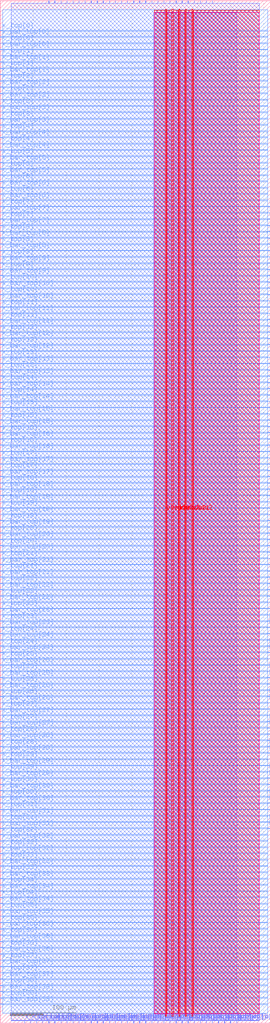
<source format=lef>
VERSION 5.7 ;
  NOWIREEXTENSIONATPIN ON ;
  DIVIDERCHAR "/" ;
  BUSBITCHARS "[]" ;
MACRO cmos_sixtyfourbit_top
  CLASS BLOCK ;
  FOREIGN cmos_sixtyfourbit_top ;
  ORIGIN 0.000 0.000 ;
  SIZE 410.000 BY 1550.000 ;
  PIN k_bar_top[0]
    DIRECTION INPUT ;
    USE SIGNAL ;
    PORT
      LAYER met3 ;
        RECT 0.000 1475.640 4.000 1476.240 ;
    END
  END k_bar_top[0]
  PIN k_bar_top[10]
    DIRECTION INPUT ;
    USE SIGNAL ;
    PORT
      LAYER met3 ;
        RECT 0.000 1094.840 4.000 1095.440 ;
    END
  END k_bar_top[10]
  PIN k_bar_top[11]
    DIRECTION INPUT ;
    USE SIGNAL ;
    PORT
      LAYER met3 ;
        RECT 0.000 1056.760 4.000 1057.360 ;
    END
  END k_bar_top[11]
  PIN k_bar_top[12]
    DIRECTION INPUT ;
    USE SIGNAL ;
    PORT
      LAYER met3 ;
        RECT 0.000 1018.680 4.000 1019.280 ;
    END
  END k_bar_top[12]
  PIN k_bar_top[13]
    DIRECTION INPUT ;
    USE SIGNAL ;
    PORT
      LAYER met3 ;
        RECT 0.000 980.600 4.000 981.200 ;
    END
  END k_bar_top[13]
  PIN k_bar_top[14]
    DIRECTION INPUT ;
    USE SIGNAL ;
    PORT
      LAYER met3 ;
        RECT 0.000 942.520 4.000 943.120 ;
    END
  END k_bar_top[14]
  PIN k_bar_top[15]
    DIRECTION INPUT ;
    USE SIGNAL ;
    PORT
      LAYER met3 ;
        RECT 0.000 904.440 4.000 905.040 ;
    END
  END k_bar_top[15]
  PIN k_bar_top[16]
    DIRECTION INPUT ;
    USE SIGNAL ;
    PORT
      LAYER met3 ;
        RECT 0.000 866.360 4.000 866.960 ;
    END
  END k_bar_top[16]
  PIN k_bar_top[17]
    DIRECTION INPUT ;
    USE SIGNAL ;
    PORT
      LAYER met3 ;
        RECT 0.000 828.280 4.000 828.880 ;
    END
  END k_bar_top[17]
  PIN k_bar_top[18]
    DIRECTION INPUT ;
    USE SIGNAL ;
    PORT
      LAYER met3 ;
        RECT 0.000 790.200 4.000 790.800 ;
    END
  END k_bar_top[18]
  PIN k_bar_top[19]
    DIRECTION INPUT ;
    USE SIGNAL ;
    PORT
      LAYER met3 ;
        RECT 0.000 752.120 4.000 752.720 ;
    END
  END k_bar_top[19]
  PIN k_bar_top[1]
    DIRECTION INPUT ;
    USE SIGNAL ;
    PORT
      LAYER met3 ;
        RECT 0.000 1437.560 4.000 1438.160 ;
    END
  END k_bar_top[1]
  PIN k_bar_top[20]
    DIRECTION INPUT ;
    USE SIGNAL ;
    PORT
      LAYER met3 ;
        RECT 0.000 714.040 4.000 714.640 ;
    END
  END k_bar_top[20]
  PIN k_bar_top[21]
    DIRECTION INPUT ;
    USE SIGNAL ;
    PORT
      LAYER met3 ;
        RECT 0.000 675.960 4.000 676.560 ;
    END
  END k_bar_top[21]
  PIN k_bar_top[22]
    DIRECTION INPUT ;
    USE SIGNAL ;
    PORT
      LAYER met3 ;
        RECT 0.000 637.880 4.000 638.480 ;
    END
  END k_bar_top[22]
  PIN k_bar_top[23]
    DIRECTION INPUT ;
    USE SIGNAL ;
    PORT
      LAYER met3 ;
        RECT 0.000 599.800 4.000 600.400 ;
    END
  END k_bar_top[23]
  PIN k_bar_top[24]
    DIRECTION INPUT ;
    USE SIGNAL ;
    PORT
      LAYER met3 ;
        RECT 0.000 561.720 4.000 562.320 ;
    END
  END k_bar_top[24]
  PIN k_bar_top[25]
    DIRECTION INPUT ;
    USE SIGNAL ;
    PORT
      LAYER met3 ;
        RECT 0.000 523.640 4.000 524.240 ;
    END
  END k_bar_top[25]
  PIN k_bar_top[26]
    DIRECTION INPUT ;
    USE SIGNAL ;
    PORT
      LAYER met3 ;
        RECT 0.000 485.560 4.000 486.160 ;
    END
  END k_bar_top[26]
  PIN k_bar_top[27]
    DIRECTION INPUT ;
    USE SIGNAL ;
    PORT
      LAYER met3 ;
        RECT 0.000 447.480 4.000 448.080 ;
    END
  END k_bar_top[27]
  PIN k_bar_top[28]
    DIRECTION INPUT ;
    USE SIGNAL ;
    PORT
      LAYER met3 ;
        RECT 0.000 409.400 4.000 410.000 ;
    END
  END k_bar_top[28]
  PIN k_bar_top[29]
    DIRECTION INPUT ;
    USE SIGNAL ;
    PORT
      LAYER met3 ;
        RECT 0.000 371.320 4.000 371.920 ;
    END
  END k_bar_top[29]
  PIN k_bar_top[2]
    DIRECTION INPUT ;
    USE SIGNAL ;
    PORT
      LAYER met3 ;
        RECT 0.000 1399.480 4.000 1400.080 ;
    END
  END k_bar_top[2]
  PIN k_bar_top[30]
    DIRECTION INPUT ;
    USE SIGNAL ;
    PORT
      LAYER met3 ;
        RECT 0.000 333.240 4.000 333.840 ;
    END
  END k_bar_top[30]
  PIN k_bar_top[31]
    DIRECTION INPUT ;
    USE SIGNAL ;
    PORT
      LAYER met3 ;
        RECT 0.000 295.160 4.000 295.760 ;
    END
  END k_bar_top[31]
  PIN k_bar_top[32]
    DIRECTION INPUT ;
    USE SIGNAL ;
    PORT
      LAYER met3 ;
        RECT 0.000 257.080 4.000 257.680 ;
    END
  END k_bar_top[32]
  PIN k_bar_top[33]
    DIRECTION INPUT ;
    USE SIGNAL ;
    PORT
      LAYER met3 ;
        RECT 0.000 219.000 4.000 219.600 ;
    END
  END k_bar_top[33]
  PIN k_bar_top[34]
    DIRECTION INPUT ;
    USE SIGNAL ;
    PORT
      LAYER met3 ;
        RECT 0.000 180.920 4.000 181.520 ;
    END
  END k_bar_top[34]
  PIN k_bar_top[35]
    DIRECTION INPUT ;
    USE SIGNAL ;
    PORT
      LAYER met3 ;
        RECT 0.000 142.840 4.000 143.440 ;
    END
  END k_bar_top[35]
  PIN k_bar_top[36]
    DIRECTION INPUT ;
    USE SIGNAL ;
    PORT
      LAYER met3 ;
        RECT 0.000 104.760 4.000 105.360 ;
    END
  END k_bar_top[36]
  PIN k_bar_top[37]
    DIRECTION INPUT ;
    USE SIGNAL ;
    PORT
      LAYER met3 ;
        RECT 0.000 66.680 4.000 67.280 ;
    END
  END k_bar_top[37]
  PIN k_bar_top[38]
    DIRECTION INPUT ;
    USE SIGNAL ;
    PORT
      LAYER met3 ;
        RECT 0.000 28.600 4.000 29.200 ;
    END
  END k_bar_top[38]
  PIN k_bar_top[39]
    DIRECTION INPUT ;
    USE SIGNAL ;
    PORT
      LAYER met2 ;
        RECT 64.490 0.000 64.770 4.000 ;
    END
  END k_bar_top[39]
  PIN k_bar_top[3]
    DIRECTION INPUT ;
    USE SIGNAL ;
    PORT
      LAYER met3 ;
        RECT 0.000 1361.400 4.000 1362.000 ;
    END
  END k_bar_top[3]
  PIN k_bar_top[40]
    DIRECTION INPUT ;
    USE SIGNAL ;
    PORT
      LAYER met2 ;
        RECT 101.290 0.000 101.570 4.000 ;
    END
  END k_bar_top[40]
  PIN k_bar_top[41]
    DIRECTION INPUT ;
    USE SIGNAL ;
    PORT
      LAYER met2 ;
        RECT 138.090 0.000 138.370 4.000 ;
    END
  END k_bar_top[41]
  PIN k_bar_top[42]
    DIRECTION INPUT ;
    USE SIGNAL ;
    PORT
      LAYER met2 ;
        RECT 174.890 0.000 175.170 4.000 ;
    END
  END k_bar_top[42]
  PIN k_bar_top[43]
    DIRECTION INPUT ;
    USE SIGNAL ;
    PORT
      LAYER met2 ;
        RECT 211.690 0.000 211.970 4.000 ;
    END
  END k_bar_top[43]
  PIN k_bar_top[44]
    DIRECTION INPUT ;
    USE SIGNAL ;
    PORT
      LAYER met2 ;
        RECT 248.490 0.000 248.770 4.000 ;
    END
  END k_bar_top[44]
  PIN k_bar_top[45]
    DIRECTION INPUT ;
    USE SIGNAL ;
    PORT
      LAYER met2 ;
        RECT 285.290 0.000 285.570 4.000 ;
    END
  END k_bar_top[45]
  PIN k_bar_top[46]
    DIRECTION INPUT ;
    USE SIGNAL ;
    PORT
      LAYER met2 ;
        RECT 322.090 0.000 322.370 4.000 ;
    END
  END k_bar_top[46]
  PIN k_bar_top[47]
    DIRECTION INPUT ;
    USE SIGNAL ;
    PORT
      LAYER met2 ;
        RECT 358.890 0.000 359.170 4.000 ;
    END
  END k_bar_top[47]
  PIN k_bar_top[48]
    DIRECTION INPUT ;
    USE SIGNAL ;
    PORT
      LAYER met2 ;
        RECT 294.490 1546.000 294.770 1550.000 ;
    END
  END k_bar_top[48]
  PIN k_bar_top[49]
    DIRECTION INPUT ;
    USE SIGNAL ;
    PORT
      LAYER met2 ;
        RECT 257.690 1546.000 257.970 1550.000 ;
    END
  END k_bar_top[49]
  PIN k_bar_top[4]
    DIRECTION INPUT ;
    USE SIGNAL ;
    PORT
      LAYER met3 ;
        RECT 0.000 1323.320 4.000 1323.920 ;
    END
  END k_bar_top[4]
  PIN k_bar_top[50]
    DIRECTION INPUT ;
    USE SIGNAL ;
    PORT
      LAYER met2 ;
        RECT 220.890 1546.000 221.170 1550.000 ;
    END
  END k_bar_top[50]
  PIN k_bar_top[51]
    DIRECTION INPUT ;
    USE SIGNAL ;
    PORT
      LAYER met2 ;
        RECT 184.090 1546.000 184.370 1550.000 ;
    END
  END k_bar_top[51]
  PIN k_bar_top[52]
    DIRECTION INPUT ;
    USE SIGNAL ;
    PORT
      LAYER met2 ;
        RECT 147.290 1546.000 147.570 1550.000 ;
    END
  END k_bar_top[52]
  PIN k_bar_top[53]
    DIRECTION INPUT ;
    USE SIGNAL ;
    PORT
      LAYER met2 ;
        RECT 110.490 1546.000 110.770 1550.000 ;
    END
  END k_bar_top[53]
  PIN k_bar_top[54]
    DIRECTION INPUT ;
    USE SIGNAL ;
    PORT
      LAYER met2 ;
        RECT 73.690 1546.000 73.970 1550.000 ;
    END
  END k_bar_top[54]
  PIN k_bar_top[55]
    DIRECTION INPUT ;
    USE SIGNAL ;
    PORT
      LAYER met3 ;
        RECT 406.000 599.800 410.000 600.400 ;
    END
  END k_bar_top[55]
  PIN k_bar_top[56]
    DIRECTION INPUT ;
    USE SIGNAL ;
    PORT
      LAYER met3 ;
        RECT 406.000 561.720 410.000 562.320 ;
    END
  END k_bar_top[56]
  PIN k_bar_top[57]
    DIRECTION INPUT ;
    USE SIGNAL ;
    PORT
      LAYER met3 ;
        RECT 406.000 523.640 410.000 524.240 ;
    END
  END k_bar_top[57]
  PIN k_bar_top[58]
    DIRECTION INPUT ;
    USE SIGNAL ;
    PORT
      LAYER met3 ;
        RECT 406.000 485.560 410.000 486.160 ;
    END
  END k_bar_top[58]
  PIN k_bar_top[59]
    DIRECTION INPUT ;
    USE SIGNAL ;
    PORT
      LAYER met3 ;
        RECT 406.000 447.480 410.000 448.080 ;
    END
  END k_bar_top[59]
  PIN k_bar_top[5]
    DIRECTION INPUT ;
    USE SIGNAL ;
    PORT
      LAYER met3 ;
        RECT 0.000 1285.240 4.000 1285.840 ;
    END
  END k_bar_top[5]
  PIN k_bar_top[60]
    DIRECTION INPUT ;
    USE SIGNAL ;
    PORT
      LAYER met3 ;
        RECT 406.000 409.400 410.000 410.000 ;
    END
  END k_bar_top[60]
  PIN k_bar_top[61]
    DIRECTION INPUT ;
    USE SIGNAL ;
    PORT
      LAYER met3 ;
        RECT 406.000 371.320 410.000 371.920 ;
    END
  END k_bar_top[61]
  PIN k_bar_top[62]
    DIRECTION INPUT ;
    USE SIGNAL ;
    PORT
      LAYER met3 ;
        RECT 406.000 333.240 410.000 333.840 ;
    END
  END k_bar_top[62]
  PIN k_bar_top[63]
    DIRECTION INPUT ;
    USE SIGNAL ;
    PORT
      LAYER met3 ;
        RECT 406.000 295.160 410.000 295.760 ;
    END
  END k_bar_top[63]
  PIN k_bar_top[6]
    DIRECTION INPUT ;
    USE SIGNAL ;
    PORT
      LAYER met3 ;
        RECT 0.000 1247.160 4.000 1247.760 ;
    END
  END k_bar_top[6]
  PIN k_bar_top[7]
    DIRECTION INPUT ;
    USE SIGNAL ;
    PORT
      LAYER met3 ;
        RECT 0.000 1209.080 4.000 1209.680 ;
    END
  END k_bar_top[7]
  PIN k_bar_top[8]
    DIRECTION INPUT ;
    USE SIGNAL ;
    PORT
      LAYER met3 ;
        RECT 0.000 1171.000 4.000 1171.600 ;
    END
  END k_bar_top[8]
  PIN k_bar_top[9]
    DIRECTION INPUT ;
    USE SIGNAL ;
    PORT
      LAYER met3 ;
        RECT 0.000 1132.920 4.000 1133.520 ;
    END
  END k_bar_top[9]
  PIN k_top[0]
    DIRECTION INPUT ;
    USE SIGNAL ;
    PORT
      LAYER met3 ;
        RECT 0.000 1485.160 4.000 1485.760 ;
    END
  END k_top[0]
  PIN k_top[10]
    DIRECTION INPUT ;
    USE SIGNAL ;
    PORT
      LAYER met3 ;
        RECT 0.000 1104.360 4.000 1104.960 ;
    END
  END k_top[10]
  PIN k_top[11]
    DIRECTION INPUT ;
    USE SIGNAL ;
    PORT
      LAYER met3 ;
        RECT 0.000 1066.280 4.000 1066.880 ;
    END
  END k_top[11]
  PIN k_top[12]
    DIRECTION INPUT ;
    USE SIGNAL ;
    PORT
      LAYER met3 ;
        RECT 0.000 1028.200 4.000 1028.800 ;
    END
  END k_top[12]
  PIN k_top[13]
    DIRECTION INPUT ;
    USE SIGNAL ;
    PORT
      LAYER met3 ;
        RECT 0.000 990.120 4.000 990.720 ;
    END
  END k_top[13]
  PIN k_top[14]
    DIRECTION INPUT ;
    USE SIGNAL ;
    PORT
      LAYER met3 ;
        RECT 0.000 952.040 4.000 952.640 ;
    END
  END k_top[14]
  PIN k_top[15]
    DIRECTION INPUT ;
    USE SIGNAL ;
    PORT
      LAYER met3 ;
        RECT 0.000 913.960 4.000 914.560 ;
    END
  END k_top[15]
  PIN k_top[16]
    DIRECTION INPUT ;
    USE SIGNAL ;
    PORT
      LAYER met3 ;
        RECT 0.000 875.880 4.000 876.480 ;
    END
  END k_top[16]
  PIN k_top[17]
    DIRECTION INPUT ;
    USE SIGNAL ;
    PORT
      LAYER met3 ;
        RECT 0.000 837.800 4.000 838.400 ;
    END
  END k_top[17]
  PIN k_top[18]
    DIRECTION INPUT ;
    USE SIGNAL ;
    PORT
      LAYER met3 ;
        RECT 0.000 799.720 4.000 800.320 ;
    END
  END k_top[18]
  PIN k_top[19]
    DIRECTION INPUT ;
    USE SIGNAL ;
    PORT
      LAYER met3 ;
        RECT 0.000 761.640 4.000 762.240 ;
    END
  END k_top[19]
  PIN k_top[1]
    DIRECTION INPUT ;
    USE SIGNAL ;
    PORT
      LAYER met3 ;
        RECT 0.000 1447.080 4.000 1447.680 ;
    END
  END k_top[1]
  PIN k_top[20]
    DIRECTION INPUT ;
    USE SIGNAL ;
    PORT
      LAYER met3 ;
        RECT 0.000 723.560 4.000 724.160 ;
    END
  END k_top[20]
  PIN k_top[21]
    DIRECTION INPUT ;
    USE SIGNAL ;
    PORT
      LAYER met3 ;
        RECT 0.000 685.480 4.000 686.080 ;
    END
  END k_top[21]
  PIN k_top[22]
    DIRECTION INPUT ;
    USE SIGNAL ;
    PORT
      LAYER met3 ;
        RECT 0.000 647.400 4.000 648.000 ;
    END
  END k_top[22]
  PIN k_top[23]
    DIRECTION INPUT ;
    USE SIGNAL ;
    PORT
      LAYER met3 ;
        RECT 0.000 609.320 4.000 609.920 ;
    END
  END k_top[23]
  PIN k_top[24]
    DIRECTION INPUT ;
    USE SIGNAL ;
    PORT
      LAYER met3 ;
        RECT 0.000 571.240 4.000 571.840 ;
    END
  END k_top[24]
  PIN k_top[25]
    DIRECTION INPUT ;
    USE SIGNAL ;
    PORT
      LAYER met3 ;
        RECT 0.000 533.160 4.000 533.760 ;
    END
  END k_top[25]
  PIN k_top[26]
    DIRECTION INPUT ;
    USE SIGNAL ;
    PORT
      LAYER met3 ;
        RECT 0.000 495.080 4.000 495.680 ;
    END
  END k_top[26]
  PIN k_top[27]
    DIRECTION INPUT ;
    USE SIGNAL ;
    PORT
      LAYER met3 ;
        RECT 0.000 457.000 4.000 457.600 ;
    END
  END k_top[27]
  PIN k_top[28]
    DIRECTION INPUT ;
    USE SIGNAL ;
    PORT
      LAYER met3 ;
        RECT 0.000 418.920 4.000 419.520 ;
    END
  END k_top[28]
  PIN k_top[29]
    DIRECTION INPUT ;
    USE SIGNAL ;
    PORT
      LAYER met3 ;
        RECT 0.000 380.840 4.000 381.440 ;
    END
  END k_top[29]
  PIN k_top[2]
    DIRECTION INPUT ;
    USE SIGNAL ;
    PORT
      LAYER met3 ;
        RECT 0.000 1409.000 4.000 1409.600 ;
    END
  END k_top[2]
  PIN k_top[30]
    DIRECTION INPUT ;
    USE SIGNAL ;
    PORT
      LAYER met3 ;
        RECT 0.000 342.760 4.000 343.360 ;
    END
  END k_top[30]
  PIN k_top[31]
    DIRECTION INPUT ;
    USE SIGNAL ;
    PORT
      LAYER met3 ;
        RECT 0.000 304.680 4.000 305.280 ;
    END
  END k_top[31]
  PIN k_top[32]
    DIRECTION INPUT ;
    USE SIGNAL ;
    PORT
      LAYER met3 ;
        RECT 0.000 266.600 4.000 267.200 ;
    END
  END k_top[32]
  PIN k_top[33]
    DIRECTION INPUT ;
    USE SIGNAL ;
    PORT
      LAYER met3 ;
        RECT 0.000 228.520 4.000 229.120 ;
    END
  END k_top[33]
  PIN k_top[34]
    DIRECTION INPUT ;
    USE SIGNAL ;
    PORT
      LAYER met3 ;
        RECT 0.000 190.440 4.000 191.040 ;
    END
  END k_top[34]
  PIN k_top[35]
    DIRECTION INPUT ;
    USE SIGNAL ;
    PORT
      LAYER met3 ;
        RECT 0.000 152.360 4.000 152.960 ;
    END
  END k_top[35]
  PIN k_top[36]
    DIRECTION INPUT ;
    USE SIGNAL ;
    PORT
      LAYER met3 ;
        RECT 0.000 114.280 4.000 114.880 ;
    END
  END k_top[36]
  PIN k_top[37]
    DIRECTION INPUT ;
    USE SIGNAL ;
    PORT
      LAYER met3 ;
        RECT 0.000 76.200 4.000 76.800 ;
    END
  END k_top[37]
  PIN k_top[38]
    DIRECTION INPUT ;
    USE SIGNAL ;
    PORT
      LAYER met3 ;
        RECT 0.000 38.120 4.000 38.720 ;
    END
  END k_top[38]
  PIN k_top[39]
    DIRECTION INPUT ;
    USE SIGNAL ;
    PORT
      LAYER met2 ;
        RECT 55.290 0.000 55.570 4.000 ;
    END
  END k_top[39]
  PIN k_top[3]
    DIRECTION INPUT ;
    USE SIGNAL ;
    PORT
      LAYER met3 ;
        RECT 0.000 1370.920 4.000 1371.520 ;
    END
  END k_top[3]
  PIN k_top[40]
    DIRECTION INPUT ;
    USE SIGNAL ;
    PORT
      LAYER met2 ;
        RECT 92.090 0.000 92.370 4.000 ;
    END
  END k_top[40]
  PIN k_top[41]
    DIRECTION INPUT ;
    USE SIGNAL ;
    PORT
      LAYER met2 ;
        RECT 128.890 0.000 129.170 4.000 ;
    END
  END k_top[41]
  PIN k_top[42]
    DIRECTION INPUT ;
    USE SIGNAL ;
    PORT
      LAYER met2 ;
        RECT 165.690 0.000 165.970 4.000 ;
    END
  END k_top[42]
  PIN k_top[43]
    DIRECTION INPUT ;
    USE SIGNAL ;
    PORT
      LAYER met2 ;
        RECT 202.490 0.000 202.770 4.000 ;
    END
  END k_top[43]
  PIN k_top[44]
    DIRECTION INPUT ;
    USE SIGNAL ;
    PORT
      LAYER met2 ;
        RECT 239.290 0.000 239.570 4.000 ;
    END
  END k_top[44]
  PIN k_top[45]
    DIRECTION INPUT ;
    USE SIGNAL ;
    PORT
      LAYER met2 ;
        RECT 276.090 0.000 276.370 4.000 ;
    END
  END k_top[45]
  PIN k_top[46]
    DIRECTION INPUT ;
    USE SIGNAL ;
    PORT
      LAYER met2 ;
        RECT 312.890 0.000 313.170 4.000 ;
    END
  END k_top[46]
  PIN k_top[47]
    DIRECTION INPUT ;
    USE SIGNAL ;
    PORT
      LAYER met2 ;
        RECT 349.690 0.000 349.970 4.000 ;
    END
  END k_top[47]
  PIN k_top[48]
    DIRECTION INPUT ;
    USE SIGNAL ;
    PORT
      LAYER met2 ;
        RECT 303.690 1546.000 303.970 1550.000 ;
    END
  END k_top[48]
  PIN k_top[49]
    DIRECTION INPUT ;
    USE SIGNAL ;
    PORT
      LAYER met2 ;
        RECT 266.890 1546.000 267.170 1550.000 ;
    END
  END k_top[49]
  PIN k_top[4]
    DIRECTION INPUT ;
    USE SIGNAL ;
    PORT
      LAYER met3 ;
        RECT 0.000 1332.840 4.000 1333.440 ;
    END
  END k_top[4]
  PIN k_top[50]
    DIRECTION INPUT ;
    USE SIGNAL ;
    PORT
      LAYER met2 ;
        RECT 230.090 1546.000 230.370 1550.000 ;
    END
  END k_top[50]
  PIN k_top[51]
    DIRECTION INPUT ;
    USE SIGNAL ;
    PORT
      LAYER met2 ;
        RECT 193.290 1546.000 193.570 1550.000 ;
    END
  END k_top[51]
  PIN k_top[52]
    DIRECTION INPUT ;
    USE SIGNAL ;
    PORT
      LAYER met2 ;
        RECT 156.490 1546.000 156.770 1550.000 ;
    END
  END k_top[52]
  PIN k_top[53]
    DIRECTION INPUT ;
    USE SIGNAL ;
    PORT
      LAYER met2 ;
        RECT 119.690 1546.000 119.970 1550.000 ;
    END
  END k_top[53]
  PIN k_top[54]
    DIRECTION INPUT ;
    USE SIGNAL ;
    PORT
      LAYER met2 ;
        RECT 82.890 1546.000 83.170 1550.000 ;
    END
  END k_top[54]
  PIN k_top[55]
    DIRECTION INPUT ;
    USE SIGNAL ;
    PORT
      LAYER met3 ;
        RECT 406.000 609.320 410.000 609.920 ;
    END
  END k_top[55]
  PIN k_top[56]
    DIRECTION INPUT ;
    USE SIGNAL ;
    PORT
      LAYER met3 ;
        RECT 406.000 571.240 410.000 571.840 ;
    END
  END k_top[56]
  PIN k_top[57]
    DIRECTION INPUT ;
    USE SIGNAL ;
    PORT
      LAYER met3 ;
        RECT 406.000 533.160 410.000 533.760 ;
    END
  END k_top[57]
  PIN k_top[58]
    DIRECTION INPUT ;
    USE SIGNAL ;
    PORT
      LAYER met3 ;
        RECT 406.000 495.080 410.000 495.680 ;
    END
  END k_top[58]
  PIN k_top[59]
    DIRECTION INPUT ;
    USE SIGNAL ;
    PORT
      LAYER met3 ;
        RECT 406.000 457.000 410.000 457.600 ;
    END
  END k_top[59]
  PIN k_top[5]
    DIRECTION INPUT ;
    USE SIGNAL ;
    PORT
      LAYER met3 ;
        RECT 0.000 1294.760 4.000 1295.360 ;
    END
  END k_top[5]
  PIN k_top[60]
    DIRECTION INPUT ;
    USE SIGNAL ;
    PORT
      LAYER met3 ;
        RECT 406.000 418.920 410.000 419.520 ;
    END
  END k_top[60]
  PIN k_top[61]
    DIRECTION INPUT ;
    USE SIGNAL ;
    PORT
      LAYER met3 ;
        RECT 406.000 380.840 410.000 381.440 ;
    END
  END k_top[61]
  PIN k_top[62]
    DIRECTION INPUT ;
    USE SIGNAL ;
    PORT
      LAYER met3 ;
        RECT 406.000 342.760 410.000 343.360 ;
    END
  END k_top[62]
  PIN k_top[63]
    DIRECTION INPUT ;
    USE SIGNAL ;
    PORT
      LAYER met3 ;
        RECT 406.000 304.680 410.000 305.280 ;
    END
  END k_top[63]
  PIN k_top[6]
    DIRECTION INPUT ;
    USE SIGNAL ;
    PORT
      LAYER met3 ;
        RECT 0.000 1256.680 4.000 1257.280 ;
    END
  END k_top[6]
  PIN k_top[7]
    DIRECTION INPUT ;
    USE SIGNAL ;
    PORT
      LAYER met3 ;
        RECT 0.000 1218.600 4.000 1219.200 ;
    END
  END k_top[7]
  PIN k_top[8]
    DIRECTION INPUT ;
    USE SIGNAL ;
    PORT
      LAYER met3 ;
        RECT 0.000 1180.520 4.000 1181.120 ;
    END
  END k_top[8]
  PIN k_top[9]
    DIRECTION INPUT ;
    USE SIGNAL ;
    PORT
      LAYER met3 ;
        RECT 0.000 1142.440 4.000 1143.040 ;
    END
  END k_top[9]
  PIN s_top[0]
    DIRECTION OUTPUT TRISTATE ;
    USE SIGNAL ;
    PORT
      LAYER met3 ;
        RECT 406.000 1237.640 410.000 1238.240 ;
    END
  END s_top[0]
  PIN s_top[10]
    DIRECTION OUTPUT TRISTATE ;
    USE SIGNAL ;
    PORT
      LAYER met3 ;
        RECT 406.000 1142.440 410.000 1143.040 ;
    END
  END s_top[10]
  PIN s_top[11]
    DIRECTION OUTPUT TRISTATE ;
    USE SIGNAL ;
    PORT
      LAYER met3 ;
        RECT 406.000 1132.920 410.000 1133.520 ;
    END
  END s_top[11]
  PIN s_top[12]
    DIRECTION OUTPUT TRISTATE ;
    USE SIGNAL ;
    PORT
      LAYER met3 ;
        RECT 406.000 1123.400 410.000 1124.000 ;
    END
  END s_top[12]
  PIN s_top[13]
    DIRECTION OUTPUT TRISTATE ;
    USE SIGNAL ;
    PORT
      LAYER met3 ;
        RECT 406.000 1113.880 410.000 1114.480 ;
    END
  END s_top[13]
  PIN s_top[14]
    DIRECTION OUTPUT TRISTATE ;
    USE SIGNAL ;
    PORT
      LAYER met3 ;
        RECT 406.000 1104.360 410.000 1104.960 ;
    END
  END s_top[14]
  PIN s_top[15]
    DIRECTION OUTPUT TRISTATE ;
    USE SIGNAL ;
    PORT
      LAYER met3 ;
        RECT 406.000 1094.840 410.000 1095.440 ;
    END
  END s_top[15]
  PIN s_top[16]
    DIRECTION OUTPUT TRISTATE ;
    USE SIGNAL ;
    PORT
      LAYER met3 ;
        RECT 406.000 1085.320 410.000 1085.920 ;
    END
  END s_top[16]
  PIN s_top[17]
    DIRECTION OUTPUT TRISTATE ;
    USE SIGNAL ;
    PORT
      LAYER met3 ;
        RECT 406.000 1075.800 410.000 1076.400 ;
    END
  END s_top[17]
  PIN s_top[18]
    DIRECTION OUTPUT TRISTATE ;
    USE SIGNAL ;
    PORT
      LAYER met3 ;
        RECT 406.000 1066.280 410.000 1066.880 ;
    END
  END s_top[18]
  PIN s_top[19]
    DIRECTION OUTPUT TRISTATE ;
    USE SIGNAL ;
    PORT
      LAYER met3 ;
        RECT 406.000 1056.760 410.000 1057.360 ;
    END
  END s_top[19]
  PIN s_top[1]
    DIRECTION OUTPUT TRISTATE ;
    USE SIGNAL ;
    PORT
      LAYER met3 ;
        RECT 406.000 1228.120 410.000 1228.720 ;
    END
  END s_top[1]
  PIN s_top[20]
    DIRECTION OUTPUT TRISTATE ;
    USE SIGNAL ;
    PORT
      LAYER met3 ;
        RECT 406.000 1047.240 410.000 1047.840 ;
    END
  END s_top[20]
  PIN s_top[21]
    DIRECTION OUTPUT TRISTATE ;
    USE SIGNAL ;
    PORT
      LAYER met3 ;
        RECT 406.000 1037.720 410.000 1038.320 ;
    END
  END s_top[21]
  PIN s_top[22]
    DIRECTION OUTPUT TRISTATE ;
    USE SIGNAL ;
    PORT
      LAYER met3 ;
        RECT 406.000 1028.200 410.000 1028.800 ;
    END
  END s_top[22]
  PIN s_top[23]
    DIRECTION OUTPUT TRISTATE ;
    USE SIGNAL ;
    PORT
      LAYER met3 ;
        RECT 406.000 1018.680 410.000 1019.280 ;
    END
  END s_top[23]
  PIN s_top[24]
    DIRECTION OUTPUT TRISTATE ;
    USE SIGNAL ;
    PORT
      LAYER met3 ;
        RECT 406.000 1009.160 410.000 1009.760 ;
    END
  END s_top[24]
  PIN s_top[25]
    DIRECTION OUTPUT TRISTATE ;
    USE SIGNAL ;
    PORT
      LAYER met3 ;
        RECT 406.000 999.640 410.000 1000.240 ;
    END
  END s_top[25]
  PIN s_top[26]
    DIRECTION OUTPUT TRISTATE ;
    USE SIGNAL ;
    PORT
      LAYER met3 ;
        RECT 406.000 990.120 410.000 990.720 ;
    END
  END s_top[26]
  PIN s_top[27]
    DIRECTION OUTPUT TRISTATE ;
    USE SIGNAL ;
    PORT
      LAYER met3 ;
        RECT 406.000 980.600 410.000 981.200 ;
    END
  END s_top[27]
  PIN s_top[28]
    DIRECTION OUTPUT TRISTATE ;
    USE SIGNAL ;
    PORT
      LAYER met3 ;
        RECT 406.000 971.080 410.000 971.680 ;
    END
  END s_top[28]
  PIN s_top[29]
    DIRECTION OUTPUT TRISTATE ;
    USE SIGNAL ;
    PORT
      LAYER met3 ;
        RECT 406.000 961.560 410.000 962.160 ;
    END
  END s_top[29]
  PIN s_top[2]
    DIRECTION OUTPUT TRISTATE ;
    USE SIGNAL ;
    PORT
      LAYER met3 ;
        RECT 406.000 1218.600 410.000 1219.200 ;
    END
  END s_top[2]
  PIN s_top[30]
    DIRECTION OUTPUT TRISTATE ;
    USE SIGNAL ;
    PORT
      LAYER met3 ;
        RECT 406.000 952.040 410.000 952.640 ;
    END
  END s_top[30]
  PIN s_top[31]
    DIRECTION OUTPUT TRISTATE ;
    USE SIGNAL ;
    PORT
      LAYER met3 ;
        RECT 406.000 942.520 410.000 943.120 ;
    END
  END s_top[31]
  PIN s_top[32]
    DIRECTION OUTPUT TRISTATE ;
    USE SIGNAL ;
    PORT
      LAYER met3 ;
        RECT 406.000 933.000 410.000 933.600 ;
    END
  END s_top[32]
  PIN s_top[33]
    DIRECTION OUTPUT TRISTATE ;
    USE SIGNAL ;
    PORT
      LAYER met3 ;
        RECT 406.000 923.480 410.000 924.080 ;
    END
  END s_top[33]
  PIN s_top[34]
    DIRECTION OUTPUT TRISTATE ;
    USE SIGNAL ;
    PORT
      LAYER met3 ;
        RECT 406.000 913.960 410.000 914.560 ;
    END
  END s_top[34]
  PIN s_top[35]
    DIRECTION OUTPUT TRISTATE ;
    USE SIGNAL ;
    PORT
      LAYER met3 ;
        RECT 406.000 904.440 410.000 905.040 ;
    END
  END s_top[35]
  PIN s_top[36]
    DIRECTION OUTPUT TRISTATE ;
    USE SIGNAL ;
    PORT
      LAYER met3 ;
        RECT 406.000 894.920 410.000 895.520 ;
    END
  END s_top[36]
  PIN s_top[37]
    DIRECTION OUTPUT TRISTATE ;
    USE SIGNAL ;
    PORT
      LAYER met3 ;
        RECT 406.000 885.400 410.000 886.000 ;
    END
  END s_top[37]
  PIN s_top[38]
    DIRECTION OUTPUT TRISTATE ;
    USE SIGNAL ;
    PORT
      LAYER met3 ;
        RECT 406.000 875.880 410.000 876.480 ;
    END
  END s_top[38]
  PIN s_top[39]
    DIRECTION OUTPUT TRISTATE ;
    USE SIGNAL ;
    PORT
      LAYER met3 ;
        RECT 406.000 866.360 410.000 866.960 ;
    END
  END s_top[39]
  PIN s_top[3]
    DIRECTION OUTPUT TRISTATE ;
    USE SIGNAL ;
    PORT
      LAYER met3 ;
        RECT 406.000 1209.080 410.000 1209.680 ;
    END
  END s_top[3]
  PIN s_top[40]
    DIRECTION OUTPUT TRISTATE ;
    USE SIGNAL ;
    PORT
      LAYER met3 ;
        RECT 406.000 856.840 410.000 857.440 ;
    END
  END s_top[40]
  PIN s_top[41]
    DIRECTION OUTPUT TRISTATE ;
    USE SIGNAL ;
    PORT
      LAYER met3 ;
        RECT 406.000 847.320 410.000 847.920 ;
    END
  END s_top[41]
  PIN s_top[42]
    DIRECTION OUTPUT TRISTATE ;
    USE SIGNAL ;
    PORT
      LAYER met3 ;
        RECT 406.000 837.800 410.000 838.400 ;
    END
  END s_top[42]
  PIN s_top[43]
    DIRECTION OUTPUT TRISTATE ;
    USE SIGNAL ;
    PORT
      LAYER met3 ;
        RECT 406.000 828.280 410.000 828.880 ;
    END
  END s_top[43]
  PIN s_top[44]
    DIRECTION OUTPUT TRISTATE ;
    USE SIGNAL ;
    PORT
      LAYER met3 ;
        RECT 406.000 818.760 410.000 819.360 ;
    END
  END s_top[44]
  PIN s_top[45]
    DIRECTION OUTPUT TRISTATE ;
    USE SIGNAL ;
    PORT
      LAYER met3 ;
        RECT 406.000 809.240 410.000 809.840 ;
    END
  END s_top[45]
  PIN s_top[46]
    DIRECTION OUTPUT TRISTATE ;
    USE SIGNAL ;
    PORT
      LAYER met3 ;
        RECT 406.000 799.720 410.000 800.320 ;
    END
  END s_top[46]
  PIN s_top[47]
    DIRECTION OUTPUT TRISTATE ;
    USE SIGNAL ;
    PORT
      LAYER met3 ;
        RECT 406.000 790.200 410.000 790.800 ;
    END
  END s_top[47]
  PIN s_top[48]
    DIRECTION OUTPUT TRISTATE ;
    USE SIGNAL ;
    PORT
      LAYER met3 ;
        RECT 406.000 780.680 410.000 781.280 ;
    END
  END s_top[48]
  PIN s_top[49]
    DIRECTION OUTPUT TRISTATE ;
    USE SIGNAL ;
    PORT
      LAYER met3 ;
        RECT 406.000 771.160 410.000 771.760 ;
    END
  END s_top[49]
  PIN s_top[4]
    DIRECTION OUTPUT TRISTATE ;
    USE SIGNAL ;
    PORT
      LAYER met3 ;
        RECT 406.000 1199.560 410.000 1200.160 ;
    END
  END s_top[4]
  PIN s_top[50]
    DIRECTION OUTPUT TRISTATE ;
    USE SIGNAL ;
    PORT
      LAYER met3 ;
        RECT 406.000 761.640 410.000 762.240 ;
    END
  END s_top[50]
  PIN s_top[51]
    DIRECTION OUTPUT TRISTATE ;
    USE SIGNAL ;
    PORT
      LAYER met3 ;
        RECT 406.000 752.120 410.000 752.720 ;
    END
  END s_top[51]
  PIN s_top[52]
    DIRECTION OUTPUT TRISTATE ;
    USE SIGNAL ;
    PORT
      LAYER met3 ;
        RECT 406.000 742.600 410.000 743.200 ;
    END
  END s_top[52]
  PIN s_top[53]
    DIRECTION OUTPUT TRISTATE ;
    USE SIGNAL ;
    PORT
      LAYER met3 ;
        RECT 406.000 733.080 410.000 733.680 ;
    END
  END s_top[53]
  PIN s_top[54]
    DIRECTION OUTPUT TRISTATE ;
    USE SIGNAL ;
    PORT
      LAYER met3 ;
        RECT 406.000 723.560 410.000 724.160 ;
    END
  END s_top[54]
  PIN s_top[55]
    DIRECTION OUTPUT TRISTATE ;
    USE SIGNAL ;
    PORT
      LAYER met3 ;
        RECT 406.000 714.040 410.000 714.640 ;
    END
  END s_top[55]
  PIN s_top[56]
    DIRECTION OUTPUT TRISTATE ;
    USE SIGNAL ;
    PORT
      LAYER met3 ;
        RECT 406.000 704.520 410.000 705.120 ;
    END
  END s_top[56]
  PIN s_top[57]
    DIRECTION OUTPUT TRISTATE ;
    USE SIGNAL ;
    PORT
      LAYER met3 ;
        RECT 406.000 695.000 410.000 695.600 ;
    END
  END s_top[57]
  PIN s_top[58]
    DIRECTION OUTPUT TRISTATE ;
    USE SIGNAL ;
    PORT
      LAYER met3 ;
        RECT 406.000 685.480 410.000 686.080 ;
    END
  END s_top[58]
  PIN s_top[59]
    DIRECTION OUTPUT TRISTATE ;
    USE SIGNAL ;
    PORT
      LAYER met3 ;
        RECT 406.000 675.960 410.000 676.560 ;
    END
  END s_top[59]
  PIN s_top[5]
    DIRECTION OUTPUT TRISTATE ;
    USE SIGNAL ;
    PORT
      LAYER met3 ;
        RECT 406.000 1190.040 410.000 1190.640 ;
    END
  END s_top[5]
  PIN s_top[60]
    DIRECTION OUTPUT TRISTATE ;
    USE SIGNAL ;
    PORT
      LAYER met3 ;
        RECT 406.000 666.440 410.000 667.040 ;
    END
  END s_top[60]
  PIN s_top[61]
    DIRECTION OUTPUT TRISTATE ;
    USE SIGNAL ;
    PORT
      LAYER met3 ;
        RECT 406.000 656.920 410.000 657.520 ;
    END
  END s_top[61]
  PIN s_top[62]
    DIRECTION OUTPUT TRISTATE ;
    USE SIGNAL ;
    PORT
      LAYER met3 ;
        RECT 406.000 647.400 410.000 648.000 ;
    END
  END s_top[62]
  PIN s_top[63]
    DIRECTION OUTPUT TRISTATE ;
    USE SIGNAL ;
    PORT
      LAYER met3 ;
        RECT 406.000 637.880 410.000 638.480 ;
    END
  END s_top[63]
  PIN s_top[6]
    DIRECTION OUTPUT TRISTATE ;
    USE SIGNAL ;
    PORT
      LAYER met3 ;
        RECT 406.000 1180.520 410.000 1181.120 ;
    END
  END s_top[6]
  PIN s_top[7]
    DIRECTION OUTPUT TRISTATE ;
    USE SIGNAL ;
    PORT
      LAYER met3 ;
        RECT 406.000 1171.000 410.000 1171.600 ;
    END
  END s_top[7]
  PIN s_top[8]
    DIRECTION OUTPUT TRISTATE ;
    USE SIGNAL ;
    PORT
      LAYER met3 ;
        RECT 406.000 1161.480 410.000 1162.080 ;
    END
  END s_top[8]
  PIN s_top[9]
    DIRECTION OUTPUT TRISTATE ;
    USE SIGNAL ;
    PORT
      LAYER met3 ;
        RECT 406.000 1151.960 410.000 1152.560 ;
    END
  END s_top[9]
  PIN vdda2
    DIRECTION INOUT ;
    USE POWER ;
    PORT
      LAYER met4 ;
        RECT 261.040 10.880 262.640 1536.800 ;
    END
    PORT
      LAYER met4 ;
        RECT 281.040 10.880 282.640 1536.800 ;
    END
  END vdda2
  PIN vssa2
    DIRECTION INOUT ;
    USE GROUND ;
    PORT
      LAYER met4 ;
        RECT 251.040 10.880 252.640 1536.800 ;
    END
    PORT
      LAYER met4 ;
        RECT 271.040 10.880 272.640 1536.800 ;
    END
    PORT
      LAYER met4 ;
        RECT 291.040 10.880 292.640 1536.800 ;
    END
  END vssa2
  PIN x_bar_top[0]
    DIRECTION INPUT ;
    USE SIGNAL ;
    PORT
      LAYER met3 ;
        RECT 0.000 1494.680 4.000 1495.280 ;
    END
  END x_bar_top[0]
  PIN x_bar_top[10]
    DIRECTION INPUT ;
    USE SIGNAL ;
    PORT
      LAYER met3 ;
        RECT 0.000 1113.880 4.000 1114.480 ;
    END
  END x_bar_top[10]
  PIN x_bar_top[11]
    DIRECTION INPUT ;
    USE SIGNAL ;
    PORT
      LAYER met3 ;
        RECT 0.000 1075.800 4.000 1076.400 ;
    END
  END x_bar_top[11]
  PIN x_bar_top[12]
    DIRECTION INPUT ;
    USE SIGNAL ;
    PORT
      LAYER met3 ;
        RECT 0.000 1037.720 4.000 1038.320 ;
    END
  END x_bar_top[12]
  PIN x_bar_top[13]
    DIRECTION INPUT ;
    USE SIGNAL ;
    PORT
      LAYER met3 ;
        RECT 0.000 999.640 4.000 1000.240 ;
    END
  END x_bar_top[13]
  PIN x_bar_top[14]
    DIRECTION INPUT ;
    USE SIGNAL ;
    PORT
      LAYER met3 ;
        RECT 0.000 961.560 4.000 962.160 ;
    END
  END x_bar_top[14]
  PIN x_bar_top[15]
    DIRECTION INPUT ;
    USE SIGNAL ;
    PORT
      LAYER met3 ;
        RECT 0.000 923.480 4.000 924.080 ;
    END
  END x_bar_top[15]
  PIN x_bar_top[16]
    DIRECTION INPUT ;
    USE SIGNAL ;
    PORT
      LAYER met3 ;
        RECT 0.000 885.400 4.000 886.000 ;
    END
  END x_bar_top[16]
  PIN x_bar_top[17]
    DIRECTION INPUT ;
    USE SIGNAL ;
    PORT
      LAYER met3 ;
        RECT 0.000 847.320 4.000 847.920 ;
    END
  END x_bar_top[17]
  PIN x_bar_top[18]
    DIRECTION INPUT ;
    USE SIGNAL ;
    PORT
      LAYER met3 ;
        RECT 0.000 809.240 4.000 809.840 ;
    END
  END x_bar_top[18]
  PIN x_bar_top[19]
    DIRECTION INPUT ;
    USE SIGNAL ;
    PORT
      LAYER met3 ;
        RECT 0.000 771.160 4.000 771.760 ;
    END
  END x_bar_top[19]
  PIN x_bar_top[1]
    DIRECTION INPUT ;
    USE SIGNAL ;
    PORT
      LAYER met3 ;
        RECT 0.000 1456.600 4.000 1457.200 ;
    END
  END x_bar_top[1]
  PIN x_bar_top[20]
    DIRECTION INPUT ;
    USE SIGNAL ;
    PORT
      LAYER met3 ;
        RECT 0.000 733.080 4.000 733.680 ;
    END
  END x_bar_top[20]
  PIN x_bar_top[21]
    DIRECTION INPUT ;
    USE SIGNAL ;
    PORT
      LAYER met3 ;
        RECT 0.000 695.000 4.000 695.600 ;
    END
  END x_bar_top[21]
  PIN x_bar_top[22]
    DIRECTION INPUT ;
    USE SIGNAL ;
    PORT
      LAYER met3 ;
        RECT 0.000 656.920 4.000 657.520 ;
    END
  END x_bar_top[22]
  PIN x_bar_top[23]
    DIRECTION INPUT ;
    USE SIGNAL ;
    PORT
      LAYER met3 ;
        RECT 0.000 618.840 4.000 619.440 ;
    END
  END x_bar_top[23]
  PIN x_bar_top[24]
    DIRECTION INPUT ;
    USE SIGNAL ;
    PORT
      LAYER met3 ;
        RECT 0.000 580.760 4.000 581.360 ;
    END
  END x_bar_top[24]
  PIN x_bar_top[25]
    DIRECTION INPUT ;
    USE SIGNAL ;
    PORT
      LAYER met3 ;
        RECT 0.000 542.680 4.000 543.280 ;
    END
  END x_bar_top[25]
  PIN x_bar_top[26]
    DIRECTION INPUT ;
    USE SIGNAL ;
    PORT
      LAYER met3 ;
        RECT 0.000 504.600 4.000 505.200 ;
    END
  END x_bar_top[26]
  PIN x_bar_top[27]
    DIRECTION INPUT ;
    USE SIGNAL ;
    PORT
      LAYER met3 ;
        RECT 0.000 466.520 4.000 467.120 ;
    END
  END x_bar_top[27]
  PIN x_bar_top[28]
    DIRECTION INPUT ;
    USE SIGNAL ;
    PORT
      LAYER met3 ;
        RECT 0.000 428.440 4.000 429.040 ;
    END
  END x_bar_top[28]
  PIN x_bar_top[29]
    DIRECTION INPUT ;
    USE SIGNAL ;
    PORT
      LAYER met3 ;
        RECT 0.000 390.360 4.000 390.960 ;
    END
  END x_bar_top[29]
  PIN x_bar_top[2]
    DIRECTION INPUT ;
    USE SIGNAL ;
    PORT
      LAYER met3 ;
        RECT 0.000 1418.520 4.000 1419.120 ;
    END
  END x_bar_top[2]
  PIN x_bar_top[30]
    DIRECTION INPUT ;
    USE SIGNAL ;
    PORT
      LAYER met3 ;
        RECT 0.000 352.280 4.000 352.880 ;
    END
  END x_bar_top[30]
  PIN x_bar_top[31]
    DIRECTION INPUT ;
    USE SIGNAL ;
    PORT
      LAYER met3 ;
        RECT 0.000 314.200 4.000 314.800 ;
    END
  END x_bar_top[31]
  PIN x_bar_top[32]
    DIRECTION INPUT ;
    USE SIGNAL ;
    PORT
      LAYER met3 ;
        RECT 0.000 276.120 4.000 276.720 ;
    END
  END x_bar_top[32]
  PIN x_bar_top[33]
    DIRECTION INPUT ;
    USE SIGNAL ;
    PORT
      LAYER met3 ;
        RECT 0.000 238.040 4.000 238.640 ;
    END
  END x_bar_top[33]
  PIN x_bar_top[34]
    DIRECTION INPUT ;
    USE SIGNAL ;
    PORT
      LAYER met3 ;
        RECT 0.000 199.960 4.000 200.560 ;
    END
  END x_bar_top[34]
  PIN x_bar_top[35]
    DIRECTION INPUT ;
    USE SIGNAL ;
    PORT
      LAYER met3 ;
        RECT 0.000 161.880 4.000 162.480 ;
    END
  END x_bar_top[35]
  PIN x_bar_top[36]
    DIRECTION INPUT ;
    USE SIGNAL ;
    PORT
      LAYER met3 ;
        RECT 0.000 123.800 4.000 124.400 ;
    END
  END x_bar_top[36]
  PIN x_bar_top[37]
    DIRECTION INPUT ;
    USE SIGNAL ;
    PORT
      LAYER met3 ;
        RECT 0.000 85.720 4.000 86.320 ;
    END
  END x_bar_top[37]
  PIN x_bar_top[38]
    DIRECTION INPUT ;
    USE SIGNAL ;
    PORT
      LAYER met3 ;
        RECT 0.000 47.640 4.000 48.240 ;
    END
  END x_bar_top[38]
  PIN x_bar_top[39]
    DIRECTION INPUT ;
    USE SIGNAL ;
    PORT
      LAYER met2 ;
        RECT 46.090 0.000 46.370 4.000 ;
    END
  END x_bar_top[39]
  PIN x_bar_top[3]
    DIRECTION INPUT ;
    USE SIGNAL ;
    PORT
      LAYER met3 ;
        RECT 0.000 1380.440 4.000 1381.040 ;
    END
  END x_bar_top[3]
  PIN x_bar_top[40]
    DIRECTION INPUT ;
    USE SIGNAL ;
    PORT
      LAYER met2 ;
        RECT 82.890 0.000 83.170 4.000 ;
    END
  END x_bar_top[40]
  PIN x_bar_top[41]
    DIRECTION INPUT ;
    USE SIGNAL ;
    PORT
      LAYER met2 ;
        RECT 119.690 0.000 119.970 4.000 ;
    END
  END x_bar_top[41]
  PIN x_bar_top[42]
    DIRECTION INPUT ;
    USE SIGNAL ;
    PORT
      LAYER met2 ;
        RECT 156.490 0.000 156.770 4.000 ;
    END
  END x_bar_top[42]
  PIN x_bar_top[43]
    DIRECTION INPUT ;
    USE SIGNAL ;
    PORT
      LAYER met2 ;
        RECT 193.290 0.000 193.570 4.000 ;
    END
  END x_bar_top[43]
  PIN x_bar_top[44]
    DIRECTION INPUT ;
    USE SIGNAL ;
    PORT
      LAYER met2 ;
        RECT 230.090 0.000 230.370 4.000 ;
    END
  END x_bar_top[44]
  PIN x_bar_top[45]
    DIRECTION INPUT ;
    USE SIGNAL ;
    PORT
      LAYER met2 ;
        RECT 266.890 0.000 267.170 4.000 ;
    END
  END x_bar_top[45]
  PIN x_bar_top[46]
    DIRECTION INPUT ;
    USE SIGNAL ;
    PORT
      LAYER met2 ;
        RECT 303.690 0.000 303.970 4.000 ;
    END
  END x_bar_top[46]
  PIN x_bar_top[47]
    DIRECTION INPUT ;
    USE SIGNAL ;
    PORT
      LAYER met2 ;
        RECT 340.490 0.000 340.770 4.000 ;
    END
  END x_bar_top[47]
  PIN x_bar_top[48]
    DIRECTION INPUT ;
    USE SIGNAL ;
    PORT
      LAYER met2 ;
        RECT 312.890 1546.000 313.170 1550.000 ;
    END
  END x_bar_top[48]
  PIN x_bar_top[49]
    DIRECTION INPUT ;
    USE SIGNAL ;
    PORT
      LAYER met2 ;
        RECT 276.090 1546.000 276.370 1550.000 ;
    END
  END x_bar_top[49]
  PIN x_bar_top[4]
    DIRECTION INPUT ;
    USE SIGNAL ;
    PORT
      LAYER met3 ;
        RECT 0.000 1342.360 4.000 1342.960 ;
    END
  END x_bar_top[4]
  PIN x_bar_top[50]
    DIRECTION INPUT ;
    USE SIGNAL ;
    PORT
      LAYER met2 ;
        RECT 239.290 1546.000 239.570 1550.000 ;
    END
  END x_bar_top[50]
  PIN x_bar_top[51]
    DIRECTION INPUT ;
    USE SIGNAL ;
    PORT
      LAYER met2 ;
        RECT 202.490 1546.000 202.770 1550.000 ;
    END
  END x_bar_top[51]
  PIN x_bar_top[52]
    DIRECTION INPUT ;
    USE SIGNAL ;
    PORT
      LAYER met2 ;
        RECT 165.690 1546.000 165.970 1550.000 ;
    END
  END x_bar_top[52]
  PIN x_bar_top[53]
    DIRECTION INPUT ;
    USE SIGNAL ;
    PORT
      LAYER met2 ;
        RECT 128.890 1546.000 129.170 1550.000 ;
    END
  END x_bar_top[53]
  PIN x_bar_top[54]
    DIRECTION INPUT ;
    USE SIGNAL ;
    PORT
      LAYER met2 ;
        RECT 92.090 1546.000 92.370 1550.000 ;
    END
  END x_bar_top[54]
  PIN x_bar_top[55]
    DIRECTION INPUT ;
    USE SIGNAL ;
    PORT
      LAYER met3 ;
        RECT 406.000 618.840 410.000 619.440 ;
    END
  END x_bar_top[55]
  PIN x_bar_top[56]
    DIRECTION INPUT ;
    USE SIGNAL ;
    PORT
      LAYER met3 ;
        RECT 406.000 580.760 410.000 581.360 ;
    END
  END x_bar_top[56]
  PIN x_bar_top[57]
    DIRECTION INPUT ;
    USE SIGNAL ;
    PORT
      LAYER met3 ;
        RECT 406.000 542.680 410.000 543.280 ;
    END
  END x_bar_top[57]
  PIN x_bar_top[58]
    DIRECTION INPUT ;
    USE SIGNAL ;
    PORT
      LAYER met3 ;
        RECT 406.000 504.600 410.000 505.200 ;
    END
  END x_bar_top[58]
  PIN x_bar_top[59]
    DIRECTION INPUT ;
    USE SIGNAL ;
    PORT
      LAYER met3 ;
        RECT 406.000 466.520 410.000 467.120 ;
    END
  END x_bar_top[59]
  PIN x_bar_top[5]
    DIRECTION INPUT ;
    USE SIGNAL ;
    PORT
      LAYER met3 ;
        RECT 0.000 1304.280 4.000 1304.880 ;
    END
  END x_bar_top[5]
  PIN x_bar_top[60]
    DIRECTION INPUT ;
    USE SIGNAL ;
    PORT
      LAYER met3 ;
        RECT 406.000 428.440 410.000 429.040 ;
    END
  END x_bar_top[60]
  PIN x_bar_top[61]
    DIRECTION INPUT ;
    USE SIGNAL ;
    PORT
      LAYER met3 ;
        RECT 406.000 390.360 410.000 390.960 ;
    END
  END x_bar_top[61]
  PIN x_bar_top[62]
    DIRECTION INPUT ;
    USE SIGNAL ;
    PORT
      LAYER met3 ;
        RECT 406.000 352.280 410.000 352.880 ;
    END
  END x_bar_top[62]
  PIN x_bar_top[63]
    DIRECTION INPUT ;
    USE SIGNAL ;
    PORT
      LAYER met3 ;
        RECT 406.000 314.200 410.000 314.800 ;
    END
  END x_bar_top[63]
  PIN x_bar_top[6]
    DIRECTION INPUT ;
    USE SIGNAL ;
    PORT
      LAYER met3 ;
        RECT 0.000 1266.200 4.000 1266.800 ;
    END
  END x_bar_top[6]
  PIN x_bar_top[7]
    DIRECTION INPUT ;
    USE SIGNAL ;
    PORT
      LAYER met3 ;
        RECT 0.000 1228.120 4.000 1228.720 ;
    END
  END x_bar_top[7]
  PIN x_bar_top[8]
    DIRECTION INPUT ;
    USE SIGNAL ;
    PORT
      LAYER met3 ;
        RECT 0.000 1190.040 4.000 1190.640 ;
    END
  END x_bar_top[8]
  PIN x_bar_top[9]
    DIRECTION INPUT ;
    USE SIGNAL ;
    PORT
      LAYER met3 ;
        RECT 0.000 1151.960 4.000 1152.560 ;
    END
  END x_bar_top[9]
  PIN x_top[0]
    DIRECTION INPUT ;
    USE SIGNAL ;
    PORT
      LAYER met3 ;
        RECT 0.000 1504.200 4.000 1504.800 ;
    END
  END x_top[0]
  PIN x_top[10]
    DIRECTION INPUT ;
    USE SIGNAL ;
    PORT
      LAYER met3 ;
        RECT 0.000 1123.400 4.000 1124.000 ;
    END
  END x_top[10]
  PIN x_top[11]
    DIRECTION INPUT ;
    USE SIGNAL ;
    PORT
      LAYER met3 ;
        RECT 0.000 1085.320 4.000 1085.920 ;
    END
  END x_top[11]
  PIN x_top[12]
    DIRECTION INPUT ;
    USE SIGNAL ;
    PORT
      LAYER met3 ;
        RECT 0.000 1047.240 4.000 1047.840 ;
    END
  END x_top[12]
  PIN x_top[13]
    DIRECTION INPUT ;
    USE SIGNAL ;
    PORT
      LAYER met3 ;
        RECT 0.000 1009.160 4.000 1009.760 ;
    END
  END x_top[13]
  PIN x_top[14]
    DIRECTION INPUT ;
    USE SIGNAL ;
    PORT
      LAYER met3 ;
        RECT 0.000 971.080 4.000 971.680 ;
    END
  END x_top[14]
  PIN x_top[15]
    DIRECTION INPUT ;
    USE SIGNAL ;
    PORT
      LAYER met3 ;
        RECT 0.000 933.000 4.000 933.600 ;
    END
  END x_top[15]
  PIN x_top[16]
    DIRECTION INPUT ;
    USE SIGNAL ;
    PORT
      LAYER met3 ;
        RECT 0.000 894.920 4.000 895.520 ;
    END
  END x_top[16]
  PIN x_top[17]
    DIRECTION INPUT ;
    USE SIGNAL ;
    PORT
      LAYER met3 ;
        RECT 0.000 856.840 4.000 857.440 ;
    END
  END x_top[17]
  PIN x_top[18]
    DIRECTION INPUT ;
    USE SIGNAL ;
    PORT
      LAYER met3 ;
        RECT 0.000 818.760 4.000 819.360 ;
    END
  END x_top[18]
  PIN x_top[19]
    DIRECTION INPUT ;
    USE SIGNAL ;
    PORT
      LAYER met3 ;
        RECT 0.000 780.680 4.000 781.280 ;
    END
  END x_top[19]
  PIN x_top[1]
    DIRECTION INPUT ;
    USE SIGNAL ;
    PORT
      LAYER met3 ;
        RECT 0.000 1466.120 4.000 1466.720 ;
    END
  END x_top[1]
  PIN x_top[20]
    DIRECTION INPUT ;
    USE SIGNAL ;
    PORT
      LAYER met3 ;
        RECT 0.000 742.600 4.000 743.200 ;
    END
  END x_top[20]
  PIN x_top[21]
    DIRECTION INPUT ;
    USE SIGNAL ;
    PORT
      LAYER met3 ;
        RECT 0.000 704.520 4.000 705.120 ;
    END
  END x_top[21]
  PIN x_top[22]
    DIRECTION INPUT ;
    USE SIGNAL ;
    PORT
      LAYER met3 ;
        RECT 0.000 666.440 4.000 667.040 ;
    END
  END x_top[22]
  PIN x_top[23]
    DIRECTION INPUT ;
    USE SIGNAL ;
    PORT
      LAYER met3 ;
        RECT 0.000 628.360 4.000 628.960 ;
    END
  END x_top[23]
  PIN x_top[24]
    DIRECTION INPUT ;
    USE SIGNAL ;
    PORT
      LAYER met3 ;
        RECT 0.000 590.280 4.000 590.880 ;
    END
  END x_top[24]
  PIN x_top[25]
    DIRECTION INPUT ;
    USE SIGNAL ;
    PORT
      LAYER met3 ;
        RECT 0.000 552.200 4.000 552.800 ;
    END
  END x_top[25]
  PIN x_top[26]
    DIRECTION INPUT ;
    USE SIGNAL ;
    PORT
      LAYER met3 ;
        RECT 0.000 514.120 4.000 514.720 ;
    END
  END x_top[26]
  PIN x_top[27]
    DIRECTION INPUT ;
    USE SIGNAL ;
    PORT
      LAYER met3 ;
        RECT 0.000 476.040 4.000 476.640 ;
    END
  END x_top[27]
  PIN x_top[28]
    DIRECTION INPUT ;
    USE SIGNAL ;
    PORT
      LAYER met3 ;
        RECT 0.000 437.960 4.000 438.560 ;
    END
  END x_top[28]
  PIN x_top[29]
    DIRECTION INPUT ;
    USE SIGNAL ;
    PORT
      LAYER met3 ;
        RECT 0.000 399.880 4.000 400.480 ;
    END
  END x_top[29]
  PIN x_top[2]
    DIRECTION INPUT ;
    USE SIGNAL ;
    PORT
      LAYER met3 ;
        RECT 0.000 1428.040 4.000 1428.640 ;
    END
  END x_top[2]
  PIN x_top[30]
    DIRECTION INPUT ;
    USE SIGNAL ;
    PORT
      LAYER met3 ;
        RECT 0.000 361.800 4.000 362.400 ;
    END
  END x_top[30]
  PIN x_top[31]
    DIRECTION INPUT ;
    USE SIGNAL ;
    PORT
      LAYER met3 ;
        RECT 0.000 323.720 4.000 324.320 ;
    END
  END x_top[31]
  PIN x_top[32]
    DIRECTION INPUT ;
    USE SIGNAL ;
    PORT
      LAYER met3 ;
        RECT 0.000 285.640 4.000 286.240 ;
    END
  END x_top[32]
  PIN x_top[33]
    DIRECTION INPUT ;
    USE SIGNAL ;
    PORT
      LAYER met3 ;
        RECT 0.000 247.560 4.000 248.160 ;
    END
  END x_top[33]
  PIN x_top[34]
    DIRECTION INPUT ;
    USE SIGNAL ;
    PORT
      LAYER met3 ;
        RECT 0.000 209.480 4.000 210.080 ;
    END
  END x_top[34]
  PIN x_top[35]
    DIRECTION INPUT ;
    USE SIGNAL ;
    PORT
      LAYER met3 ;
        RECT 0.000 171.400 4.000 172.000 ;
    END
  END x_top[35]
  PIN x_top[36]
    DIRECTION INPUT ;
    USE SIGNAL ;
    PORT
      LAYER met3 ;
        RECT 0.000 133.320 4.000 133.920 ;
    END
  END x_top[36]
  PIN x_top[37]
    DIRECTION INPUT ;
    USE SIGNAL ;
    PORT
      LAYER met3 ;
        RECT 0.000 95.240 4.000 95.840 ;
    END
  END x_top[37]
  PIN x_top[38]
    DIRECTION INPUT ;
    USE SIGNAL ;
    PORT
      LAYER met3 ;
        RECT 0.000 57.160 4.000 57.760 ;
    END
  END x_top[38]
  PIN x_top[39]
    DIRECTION INPUT ;
    USE SIGNAL ;
    PORT
      LAYER met2 ;
        RECT 36.890 0.000 37.170 4.000 ;
    END
  END x_top[39]
  PIN x_top[3]
    DIRECTION INPUT ;
    USE SIGNAL ;
    PORT
      LAYER met3 ;
        RECT 0.000 1389.960 4.000 1390.560 ;
    END
  END x_top[3]
  PIN x_top[40]
    DIRECTION INPUT ;
    USE SIGNAL ;
    PORT
      LAYER met2 ;
        RECT 73.690 0.000 73.970 4.000 ;
    END
  END x_top[40]
  PIN x_top[41]
    DIRECTION INPUT ;
    USE SIGNAL ;
    PORT
      LAYER met2 ;
        RECT 110.490 0.000 110.770 4.000 ;
    END
  END x_top[41]
  PIN x_top[42]
    DIRECTION INPUT ;
    USE SIGNAL ;
    PORT
      LAYER met2 ;
        RECT 147.290 0.000 147.570 4.000 ;
    END
  END x_top[42]
  PIN x_top[43]
    DIRECTION INPUT ;
    USE SIGNAL ;
    PORT
      LAYER met2 ;
        RECT 184.090 0.000 184.370 4.000 ;
    END
  END x_top[43]
  PIN x_top[44]
    DIRECTION INPUT ;
    USE SIGNAL ;
    PORT
      LAYER met2 ;
        RECT 220.890 0.000 221.170 4.000 ;
    END
  END x_top[44]
  PIN x_top[45]
    DIRECTION INPUT ;
    USE SIGNAL ;
    PORT
      LAYER met2 ;
        RECT 257.690 0.000 257.970 4.000 ;
    END
  END x_top[45]
  PIN x_top[46]
    DIRECTION INPUT ;
    USE SIGNAL ;
    PORT
      LAYER met2 ;
        RECT 294.490 0.000 294.770 4.000 ;
    END
  END x_top[46]
  PIN x_top[47]
    DIRECTION INPUT ;
    USE SIGNAL ;
    PORT
      LAYER met2 ;
        RECT 331.290 0.000 331.570 4.000 ;
    END
  END x_top[47]
  PIN x_top[48]
    DIRECTION INPUT ;
    USE SIGNAL ;
    PORT
      LAYER met2 ;
        RECT 322.090 1546.000 322.370 1550.000 ;
    END
  END x_top[48]
  PIN x_top[49]
    DIRECTION INPUT ;
    USE SIGNAL ;
    PORT
      LAYER met2 ;
        RECT 285.290 1546.000 285.570 1550.000 ;
    END
  END x_top[49]
  PIN x_top[4]
    DIRECTION INPUT ;
    USE SIGNAL ;
    PORT
      LAYER met3 ;
        RECT 0.000 1351.880 4.000 1352.480 ;
    END
  END x_top[4]
  PIN x_top[50]
    DIRECTION INPUT ;
    USE SIGNAL ;
    PORT
      LAYER met2 ;
        RECT 248.490 1546.000 248.770 1550.000 ;
    END
  END x_top[50]
  PIN x_top[51]
    DIRECTION INPUT ;
    USE SIGNAL ;
    PORT
      LAYER met2 ;
        RECT 211.690 1546.000 211.970 1550.000 ;
    END
  END x_top[51]
  PIN x_top[52]
    DIRECTION INPUT ;
    USE SIGNAL ;
    PORT
      LAYER met2 ;
        RECT 174.890 1546.000 175.170 1550.000 ;
    END
  END x_top[52]
  PIN x_top[53]
    DIRECTION INPUT ;
    USE SIGNAL ;
    PORT
      LAYER met2 ;
        RECT 138.090 1546.000 138.370 1550.000 ;
    END
  END x_top[53]
  PIN x_top[54]
    DIRECTION INPUT ;
    USE SIGNAL ;
    PORT
      LAYER met2 ;
        RECT 101.290 1546.000 101.570 1550.000 ;
    END
  END x_top[54]
  PIN x_top[55]
    DIRECTION INPUT ;
    USE SIGNAL ;
    PORT
      LAYER met3 ;
        RECT 406.000 628.360 410.000 628.960 ;
    END
  END x_top[55]
  PIN x_top[56]
    DIRECTION INPUT ;
    USE SIGNAL ;
    PORT
      LAYER met3 ;
        RECT 406.000 590.280 410.000 590.880 ;
    END
  END x_top[56]
  PIN x_top[57]
    DIRECTION INPUT ;
    USE SIGNAL ;
    PORT
      LAYER met3 ;
        RECT 406.000 552.200 410.000 552.800 ;
    END
  END x_top[57]
  PIN x_top[58]
    DIRECTION INPUT ;
    USE SIGNAL ;
    PORT
      LAYER met3 ;
        RECT 406.000 514.120 410.000 514.720 ;
    END
  END x_top[58]
  PIN x_top[59]
    DIRECTION INPUT ;
    USE SIGNAL ;
    PORT
      LAYER met3 ;
        RECT 406.000 476.040 410.000 476.640 ;
    END
  END x_top[59]
  PIN x_top[5]
    DIRECTION INPUT ;
    USE SIGNAL ;
    PORT
      LAYER met3 ;
        RECT 0.000 1313.800 4.000 1314.400 ;
    END
  END x_top[5]
  PIN x_top[60]
    DIRECTION INPUT ;
    USE SIGNAL ;
    PORT
      LAYER met3 ;
        RECT 406.000 437.960 410.000 438.560 ;
    END
  END x_top[60]
  PIN x_top[61]
    DIRECTION INPUT ;
    USE SIGNAL ;
    PORT
      LAYER met3 ;
        RECT 406.000 399.880 410.000 400.480 ;
    END
  END x_top[61]
  PIN x_top[62]
    DIRECTION INPUT ;
    USE SIGNAL ;
    PORT
      LAYER met3 ;
        RECT 406.000 361.800 410.000 362.400 ;
    END
  END x_top[62]
  PIN x_top[63]
    DIRECTION INPUT ;
    USE SIGNAL ;
    PORT
      LAYER met3 ;
        RECT 406.000 323.720 410.000 324.320 ;
    END
  END x_top[63]
  PIN x_top[6]
    DIRECTION INPUT ;
    USE SIGNAL ;
    PORT
      LAYER met3 ;
        RECT 0.000 1275.720 4.000 1276.320 ;
    END
  END x_top[6]
  PIN x_top[7]
    DIRECTION INPUT ;
    USE SIGNAL ;
    PORT
      LAYER met3 ;
        RECT 0.000 1237.640 4.000 1238.240 ;
    END
  END x_top[7]
  PIN x_top[8]
    DIRECTION INPUT ;
    USE SIGNAL ;
    PORT
      LAYER met3 ;
        RECT 0.000 1199.560 4.000 1200.160 ;
    END
  END x_top[8]
  PIN x_top[9]
    DIRECTION INPUT ;
    USE SIGNAL ;
    PORT
      LAYER met3 ;
        RECT 0.000 1161.480 4.000 1162.080 ;
    END
  END x_top[9]
  OBS
      LAYER li1 ;
        RECT 250.585 25.630 298.830 1531.780 ;
      LAYER met1 ;
        RECT 232.370 13.980 359.190 1531.660 ;
      LAYER met2 ;
        RECT 16.650 1545.720 73.410 1546.000 ;
        RECT 74.250 1545.720 82.610 1546.000 ;
        RECT 83.450 1545.720 91.810 1546.000 ;
        RECT 92.650 1545.720 101.010 1546.000 ;
        RECT 101.850 1545.720 110.210 1546.000 ;
        RECT 111.050 1545.720 119.410 1546.000 ;
        RECT 120.250 1545.720 128.610 1546.000 ;
        RECT 129.450 1545.720 137.810 1546.000 ;
        RECT 138.650 1545.720 147.010 1546.000 ;
        RECT 147.850 1545.720 156.210 1546.000 ;
        RECT 157.050 1545.720 165.410 1546.000 ;
        RECT 166.250 1545.720 174.610 1546.000 ;
        RECT 175.450 1545.720 183.810 1546.000 ;
        RECT 184.650 1545.720 193.010 1546.000 ;
        RECT 193.850 1545.720 202.210 1546.000 ;
        RECT 203.050 1545.720 211.410 1546.000 ;
        RECT 212.250 1545.720 220.610 1546.000 ;
        RECT 221.450 1545.720 229.810 1546.000 ;
        RECT 230.650 1545.720 239.010 1546.000 ;
        RECT 239.850 1545.720 248.210 1546.000 ;
        RECT 249.050 1545.720 257.410 1546.000 ;
        RECT 258.250 1545.720 266.610 1546.000 ;
        RECT 267.450 1545.720 275.810 1546.000 ;
        RECT 276.650 1545.720 285.010 1546.000 ;
        RECT 285.850 1545.720 294.210 1546.000 ;
        RECT 295.050 1545.720 303.410 1546.000 ;
        RECT 304.250 1545.720 312.610 1546.000 ;
        RECT 313.450 1545.720 321.810 1546.000 ;
        RECT 322.650 1545.720 393.210 1546.000 ;
        RECT 16.650 4.280 393.210 1545.720 ;
        RECT 16.650 4.000 36.610 4.280 ;
        RECT 37.450 4.000 45.810 4.280 ;
        RECT 46.650 4.000 55.010 4.280 ;
        RECT 55.850 4.000 64.210 4.280 ;
        RECT 65.050 4.000 73.410 4.280 ;
        RECT 74.250 4.000 82.610 4.280 ;
        RECT 83.450 4.000 91.810 4.280 ;
        RECT 92.650 4.000 101.010 4.280 ;
        RECT 101.850 4.000 110.210 4.280 ;
        RECT 111.050 4.000 119.410 4.280 ;
        RECT 120.250 4.000 128.610 4.280 ;
        RECT 129.450 4.000 137.810 4.280 ;
        RECT 138.650 4.000 147.010 4.280 ;
        RECT 147.850 4.000 156.210 4.280 ;
        RECT 157.050 4.000 165.410 4.280 ;
        RECT 166.250 4.000 174.610 4.280 ;
        RECT 175.450 4.000 183.810 4.280 ;
        RECT 184.650 4.000 193.010 4.280 ;
        RECT 193.850 4.000 202.210 4.280 ;
        RECT 203.050 4.000 211.410 4.280 ;
        RECT 212.250 4.000 220.610 4.280 ;
        RECT 221.450 4.000 229.810 4.280 ;
        RECT 230.650 4.000 239.010 4.280 ;
        RECT 239.850 4.000 248.210 4.280 ;
        RECT 249.050 4.000 257.410 4.280 ;
        RECT 258.250 4.000 266.610 4.280 ;
        RECT 267.450 4.000 275.810 4.280 ;
        RECT 276.650 4.000 285.010 4.280 ;
        RECT 285.850 4.000 294.210 4.280 ;
        RECT 295.050 4.000 303.410 4.280 ;
        RECT 304.250 4.000 312.610 4.280 ;
        RECT 313.450 4.000 321.810 4.280 ;
        RECT 322.650 4.000 331.010 4.280 ;
        RECT 331.850 4.000 340.210 4.280 ;
        RECT 341.050 4.000 349.410 4.280 ;
        RECT 350.250 4.000 358.610 4.280 ;
        RECT 359.450 4.000 393.210 4.280 ;
      LAYER met3 ;
        RECT 4.000 1505.200 406.000 1535.945 ;
        RECT 4.400 1503.800 406.000 1505.200 ;
        RECT 4.000 1495.680 406.000 1503.800 ;
        RECT 4.400 1494.280 406.000 1495.680 ;
        RECT 4.000 1486.160 406.000 1494.280 ;
        RECT 4.400 1484.760 406.000 1486.160 ;
        RECT 4.000 1476.640 406.000 1484.760 ;
        RECT 4.400 1475.240 406.000 1476.640 ;
        RECT 4.000 1467.120 406.000 1475.240 ;
        RECT 4.400 1465.720 406.000 1467.120 ;
        RECT 4.000 1457.600 406.000 1465.720 ;
        RECT 4.400 1456.200 406.000 1457.600 ;
        RECT 4.000 1448.080 406.000 1456.200 ;
        RECT 4.400 1446.680 406.000 1448.080 ;
        RECT 4.000 1438.560 406.000 1446.680 ;
        RECT 4.400 1437.160 406.000 1438.560 ;
        RECT 4.000 1429.040 406.000 1437.160 ;
        RECT 4.400 1427.640 406.000 1429.040 ;
        RECT 4.000 1419.520 406.000 1427.640 ;
        RECT 4.400 1418.120 406.000 1419.520 ;
        RECT 4.000 1410.000 406.000 1418.120 ;
        RECT 4.400 1408.600 406.000 1410.000 ;
        RECT 4.000 1400.480 406.000 1408.600 ;
        RECT 4.400 1399.080 406.000 1400.480 ;
        RECT 4.000 1390.960 406.000 1399.080 ;
        RECT 4.400 1389.560 406.000 1390.960 ;
        RECT 4.000 1381.440 406.000 1389.560 ;
        RECT 4.400 1380.040 406.000 1381.440 ;
        RECT 4.000 1371.920 406.000 1380.040 ;
        RECT 4.400 1370.520 406.000 1371.920 ;
        RECT 4.000 1362.400 406.000 1370.520 ;
        RECT 4.400 1361.000 406.000 1362.400 ;
        RECT 4.000 1352.880 406.000 1361.000 ;
        RECT 4.400 1351.480 406.000 1352.880 ;
        RECT 4.000 1343.360 406.000 1351.480 ;
        RECT 4.400 1341.960 406.000 1343.360 ;
        RECT 4.000 1333.840 406.000 1341.960 ;
        RECT 4.400 1332.440 406.000 1333.840 ;
        RECT 4.000 1324.320 406.000 1332.440 ;
        RECT 4.400 1322.920 406.000 1324.320 ;
        RECT 4.000 1314.800 406.000 1322.920 ;
        RECT 4.400 1313.400 406.000 1314.800 ;
        RECT 4.000 1305.280 406.000 1313.400 ;
        RECT 4.400 1303.880 406.000 1305.280 ;
        RECT 4.000 1295.760 406.000 1303.880 ;
        RECT 4.400 1294.360 406.000 1295.760 ;
        RECT 4.000 1286.240 406.000 1294.360 ;
        RECT 4.400 1284.840 406.000 1286.240 ;
        RECT 4.000 1276.720 406.000 1284.840 ;
        RECT 4.400 1275.320 406.000 1276.720 ;
        RECT 4.000 1267.200 406.000 1275.320 ;
        RECT 4.400 1265.800 406.000 1267.200 ;
        RECT 4.000 1257.680 406.000 1265.800 ;
        RECT 4.400 1256.280 406.000 1257.680 ;
        RECT 4.000 1248.160 406.000 1256.280 ;
        RECT 4.400 1246.760 406.000 1248.160 ;
        RECT 4.000 1238.640 406.000 1246.760 ;
        RECT 4.400 1237.240 405.600 1238.640 ;
        RECT 4.000 1229.120 406.000 1237.240 ;
        RECT 4.400 1227.720 405.600 1229.120 ;
        RECT 4.000 1219.600 406.000 1227.720 ;
        RECT 4.400 1218.200 405.600 1219.600 ;
        RECT 4.000 1210.080 406.000 1218.200 ;
        RECT 4.400 1208.680 405.600 1210.080 ;
        RECT 4.000 1200.560 406.000 1208.680 ;
        RECT 4.400 1199.160 405.600 1200.560 ;
        RECT 4.000 1191.040 406.000 1199.160 ;
        RECT 4.400 1189.640 405.600 1191.040 ;
        RECT 4.000 1181.520 406.000 1189.640 ;
        RECT 4.400 1180.120 405.600 1181.520 ;
        RECT 4.000 1172.000 406.000 1180.120 ;
        RECT 4.400 1170.600 405.600 1172.000 ;
        RECT 4.000 1162.480 406.000 1170.600 ;
        RECT 4.400 1161.080 405.600 1162.480 ;
        RECT 4.000 1152.960 406.000 1161.080 ;
        RECT 4.400 1151.560 405.600 1152.960 ;
        RECT 4.000 1143.440 406.000 1151.560 ;
        RECT 4.400 1142.040 405.600 1143.440 ;
        RECT 4.000 1133.920 406.000 1142.040 ;
        RECT 4.400 1132.520 405.600 1133.920 ;
        RECT 4.000 1124.400 406.000 1132.520 ;
        RECT 4.400 1123.000 405.600 1124.400 ;
        RECT 4.000 1114.880 406.000 1123.000 ;
        RECT 4.400 1113.480 405.600 1114.880 ;
        RECT 4.000 1105.360 406.000 1113.480 ;
        RECT 4.400 1103.960 405.600 1105.360 ;
        RECT 4.000 1095.840 406.000 1103.960 ;
        RECT 4.400 1094.440 405.600 1095.840 ;
        RECT 4.000 1086.320 406.000 1094.440 ;
        RECT 4.400 1084.920 405.600 1086.320 ;
        RECT 4.000 1076.800 406.000 1084.920 ;
        RECT 4.400 1075.400 405.600 1076.800 ;
        RECT 4.000 1067.280 406.000 1075.400 ;
        RECT 4.400 1065.880 405.600 1067.280 ;
        RECT 4.000 1057.760 406.000 1065.880 ;
        RECT 4.400 1056.360 405.600 1057.760 ;
        RECT 4.000 1048.240 406.000 1056.360 ;
        RECT 4.400 1046.840 405.600 1048.240 ;
        RECT 4.000 1038.720 406.000 1046.840 ;
        RECT 4.400 1037.320 405.600 1038.720 ;
        RECT 4.000 1029.200 406.000 1037.320 ;
        RECT 4.400 1027.800 405.600 1029.200 ;
        RECT 4.000 1019.680 406.000 1027.800 ;
        RECT 4.400 1018.280 405.600 1019.680 ;
        RECT 4.000 1010.160 406.000 1018.280 ;
        RECT 4.400 1008.760 405.600 1010.160 ;
        RECT 4.000 1000.640 406.000 1008.760 ;
        RECT 4.400 999.240 405.600 1000.640 ;
        RECT 4.000 991.120 406.000 999.240 ;
        RECT 4.400 989.720 405.600 991.120 ;
        RECT 4.000 981.600 406.000 989.720 ;
        RECT 4.400 980.200 405.600 981.600 ;
        RECT 4.000 972.080 406.000 980.200 ;
        RECT 4.400 970.680 405.600 972.080 ;
        RECT 4.000 962.560 406.000 970.680 ;
        RECT 4.400 961.160 405.600 962.560 ;
        RECT 4.000 953.040 406.000 961.160 ;
        RECT 4.400 951.640 405.600 953.040 ;
        RECT 4.000 943.520 406.000 951.640 ;
        RECT 4.400 942.120 405.600 943.520 ;
        RECT 4.000 934.000 406.000 942.120 ;
        RECT 4.400 932.600 405.600 934.000 ;
        RECT 4.000 924.480 406.000 932.600 ;
        RECT 4.400 923.080 405.600 924.480 ;
        RECT 4.000 914.960 406.000 923.080 ;
        RECT 4.400 913.560 405.600 914.960 ;
        RECT 4.000 905.440 406.000 913.560 ;
        RECT 4.400 904.040 405.600 905.440 ;
        RECT 4.000 895.920 406.000 904.040 ;
        RECT 4.400 894.520 405.600 895.920 ;
        RECT 4.000 886.400 406.000 894.520 ;
        RECT 4.400 885.000 405.600 886.400 ;
        RECT 4.000 876.880 406.000 885.000 ;
        RECT 4.400 875.480 405.600 876.880 ;
        RECT 4.000 867.360 406.000 875.480 ;
        RECT 4.400 865.960 405.600 867.360 ;
        RECT 4.000 857.840 406.000 865.960 ;
        RECT 4.400 856.440 405.600 857.840 ;
        RECT 4.000 848.320 406.000 856.440 ;
        RECT 4.400 846.920 405.600 848.320 ;
        RECT 4.000 838.800 406.000 846.920 ;
        RECT 4.400 837.400 405.600 838.800 ;
        RECT 4.000 829.280 406.000 837.400 ;
        RECT 4.400 827.880 405.600 829.280 ;
        RECT 4.000 819.760 406.000 827.880 ;
        RECT 4.400 818.360 405.600 819.760 ;
        RECT 4.000 810.240 406.000 818.360 ;
        RECT 4.400 808.840 405.600 810.240 ;
        RECT 4.000 800.720 406.000 808.840 ;
        RECT 4.400 799.320 405.600 800.720 ;
        RECT 4.000 791.200 406.000 799.320 ;
        RECT 4.400 789.800 405.600 791.200 ;
        RECT 4.000 781.680 406.000 789.800 ;
        RECT 4.400 780.280 405.600 781.680 ;
        RECT 4.000 772.160 406.000 780.280 ;
        RECT 4.400 770.760 405.600 772.160 ;
        RECT 4.000 762.640 406.000 770.760 ;
        RECT 4.400 761.240 405.600 762.640 ;
        RECT 4.000 753.120 406.000 761.240 ;
        RECT 4.400 751.720 405.600 753.120 ;
        RECT 4.000 743.600 406.000 751.720 ;
        RECT 4.400 742.200 405.600 743.600 ;
        RECT 4.000 734.080 406.000 742.200 ;
        RECT 4.400 732.680 405.600 734.080 ;
        RECT 4.000 724.560 406.000 732.680 ;
        RECT 4.400 723.160 405.600 724.560 ;
        RECT 4.000 715.040 406.000 723.160 ;
        RECT 4.400 713.640 405.600 715.040 ;
        RECT 4.000 705.520 406.000 713.640 ;
        RECT 4.400 704.120 405.600 705.520 ;
        RECT 4.000 696.000 406.000 704.120 ;
        RECT 4.400 694.600 405.600 696.000 ;
        RECT 4.000 686.480 406.000 694.600 ;
        RECT 4.400 685.080 405.600 686.480 ;
        RECT 4.000 676.960 406.000 685.080 ;
        RECT 4.400 675.560 405.600 676.960 ;
        RECT 4.000 667.440 406.000 675.560 ;
        RECT 4.400 666.040 405.600 667.440 ;
        RECT 4.000 657.920 406.000 666.040 ;
        RECT 4.400 656.520 405.600 657.920 ;
        RECT 4.000 648.400 406.000 656.520 ;
        RECT 4.400 647.000 405.600 648.400 ;
        RECT 4.000 638.880 406.000 647.000 ;
        RECT 4.400 637.480 405.600 638.880 ;
        RECT 4.000 629.360 406.000 637.480 ;
        RECT 4.400 627.960 405.600 629.360 ;
        RECT 4.000 619.840 406.000 627.960 ;
        RECT 4.400 618.440 405.600 619.840 ;
        RECT 4.000 610.320 406.000 618.440 ;
        RECT 4.400 608.920 405.600 610.320 ;
        RECT 4.000 600.800 406.000 608.920 ;
        RECT 4.400 599.400 405.600 600.800 ;
        RECT 4.000 591.280 406.000 599.400 ;
        RECT 4.400 589.880 405.600 591.280 ;
        RECT 4.000 581.760 406.000 589.880 ;
        RECT 4.400 580.360 405.600 581.760 ;
        RECT 4.000 572.240 406.000 580.360 ;
        RECT 4.400 570.840 405.600 572.240 ;
        RECT 4.000 562.720 406.000 570.840 ;
        RECT 4.400 561.320 405.600 562.720 ;
        RECT 4.000 553.200 406.000 561.320 ;
        RECT 4.400 551.800 405.600 553.200 ;
        RECT 4.000 543.680 406.000 551.800 ;
        RECT 4.400 542.280 405.600 543.680 ;
        RECT 4.000 534.160 406.000 542.280 ;
        RECT 4.400 532.760 405.600 534.160 ;
        RECT 4.000 524.640 406.000 532.760 ;
        RECT 4.400 523.240 405.600 524.640 ;
        RECT 4.000 515.120 406.000 523.240 ;
        RECT 4.400 513.720 405.600 515.120 ;
        RECT 4.000 505.600 406.000 513.720 ;
        RECT 4.400 504.200 405.600 505.600 ;
        RECT 4.000 496.080 406.000 504.200 ;
        RECT 4.400 494.680 405.600 496.080 ;
        RECT 4.000 486.560 406.000 494.680 ;
        RECT 4.400 485.160 405.600 486.560 ;
        RECT 4.000 477.040 406.000 485.160 ;
        RECT 4.400 475.640 405.600 477.040 ;
        RECT 4.000 467.520 406.000 475.640 ;
        RECT 4.400 466.120 405.600 467.520 ;
        RECT 4.000 458.000 406.000 466.120 ;
        RECT 4.400 456.600 405.600 458.000 ;
        RECT 4.000 448.480 406.000 456.600 ;
        RECT 4.400 447.080 405.600 448.480 ;
        RECT 4.000 438.960 406.000 447.080 ;
        RECT 4.400 437.560 405.600 438.960 ;
        RECT 4.000 429.440 406.000 437.560 ;
        RECT 4.400 428.040 405.600 429.440 ;
        RECT 4.000 419.920 406.000 428.040 ;
        RECT 4.400 418.520 405.600 419.920 ;
        RECT 4.000 410.400 406.000 418.520 ;
        RECT 4.400 409.000 405.600 410.400 ;
        RECT 4.000 400.880 406.000 409.000 ;
        RECT 4.400 399.480 405.600 400.880 ;
        RECT 4.000 391.360 406.000 399.480 ;
        RECT 4.400 389.960 405.600 391.360 ;
        RECT 4.000 381.840 406.000 389.960 ;
        RECT 4.400 380.440 405.600 381.840 ;
        RECT 4.000 372.320 406.000 380.440 ;
        RECT 4.400 370.920 405.600 372.320 ;
        RECT 4.000 362.800 406.000 370.920 ;
        RECT 4.400 361.400 405.600 362.800 ;
        RECT 4.000 353.280 406.000 361.400 ;
        RECT 4.400 351.880 405.600 353.280 ;
        RECT 4.000 343.760 406.000 351.880 ;
        RECT 4.400 342.360 405.600 343.760 ;
        RECT 4.000 334.240 406.000 342.360 ;
        RECT 4.400 332.840 405.600 334.240 ;
        RECT 4.000 324.720 406.000 332.840 ;
        RECT 4.400 323.320 405.600 324.720 ;
        RECT 4.000 315.200 406.000 323.320 ;
        RECT 4.400 313.800 405.600 315.200 ;
        RECT 4.000 305.680 406.000 313.800 ;
        RECT 4.400 304.280 405.600 305.680 ;
        RECT 4.000 296.160 406.000 304.280 ;
        RECT 4.400 294.760 405.600 296.160 ;
        RECT 4.000 286.640 406.000 294.760 ;
        RECT 4.400 285.240 406.000 286.640 ;
        RECT 4.000 277.120 406.000 285.240 ;
        RECT 4.400 275.720 406.000 277.120 ;
        RECT 4.000 267.600 406.000 275.720 ;
        RECT 4.400 266.200 406.000 267.600 ;
        RECT 4.000 258.080 406.000 266.200 ;
        RECT 4.400 256.680 406.000 258.080 ;
        RECT 4.000 248.560 406.000 256.680 ;
        RECT 4.400 247.160 406.000 248.560 ;
        RECT 4.000 239.040 406.000 247.160 ;
        RECT 4.400 237.640 406.000 239.040 ;
        RECT 4.000 229.520 406.000 237.640 ;
        RECT 4.400 228.120 406.000 229.520 ;
        RECT 4.000 220.000 406.000 228.120 ;
        RECT 4.400 218.600 406.000 220.000 ;
        RECT 4.000 210.480 406.000 218.600 ;
        RECT 4.400 209.080 406.000 210.480 ;
        RECT 4.000 200.960 406.000 209.080 ;
        RECT 4.400 199.560 406.000 200.960 ;
        RECT 4.000 191.440 406.000 199.560 ;
        RECT 4.400 190.040 406.000 191.440 ;
        RECT 4.000 181.920 406.000 190.040 ;
        RECT 4.400 180.520 406.000 181.920 ;
        RECT 4.000 172.400 406.000 180.520 ;
        RECT 4.400 171.000 406.000 172.400 ;
        RECT 4.000 162.880 406.000 171.000 ;
        RECT 4.400 161.480 406.000 162.880 ;
        RECT 4.000 153.360 406.000 161.480 ;
        RECT 4.400 151.960 406.000 153.360 ;
        RECT 4.000 143.840 406.000 151.960 ;
        RECT 4.400 142.440 406.000 143.840 ;
        RECT 4.000 134.320 406.000 142.440 ;
        RECT 4.400 132.920 406.000 134.320 ;
        RECT 4.000 124.800 406.000 132.920 ;
        RECT 4.400 123.400 406.000 124.800 ;
        RECT 4.000 115.280 406.000 123.400 ;
        RECT 4.400 113.880 406.000 115.280 ;
        RECT 4.000 105.760 406.000 113.880 ;
        RECT 4.400 104.360 406.000 105.760 ;
        RECT 4.000 96.240 406.000 104.360 ;
        RECT 4.400 94.840 406.000 96.240 ;
        RECT 4.000 86.720 406.000 94.840 ;
        RECT 4.400 85.320 406.000 86.720 ;
        RECT 4.000 77.200 406.000 85.320 ;
        RECT 4.400 75.800 406.000 77.200 ;
        RECT 4.000 67.680 406.000 75.800 ;
        RECT 4.400 66.280 406.000 67.680 ;
        RECT 4.000 58.160 406.000 66.280 ;
        RECT 4.400 56.760 406.000 58.160 ;
        RECT 4.000 48.640 406.000 56.760 ;
        RECT 4.400 47.240 406.000 48.640 ;
        RECT 4.000 39.120 406.000 47.240 ;
        RECT 4.400 37.720 406.000 39.120 ;
        RECT 4.000 29.600 406.000 37.720 ;
        RECT 4.400 28.200 406.000 29.600 ;
        RECT 4.000 15.135 406.000 28.200 ;
      LAYER met4 ;
        RECT 234.470 14.710 250.640 1535.265 ;
        RECT 253.040 14.710 260.640 1535.265 ;
        RECT 263.040 14.710 270.640 1535.265 ;
        RECT 273.040 14.710 280.640 1535.265 ;
        RECT 283.040 14.710 290.640 1535.265 ;
        RECT 293.040 14.710 392.970 1535.265 ;
      LAYER met5 ;
        RECT 234.260 14.500 393.180 1532.500 ;
  END
END cmos_sixtyfourbit_top
END LIBRARY


</source>
